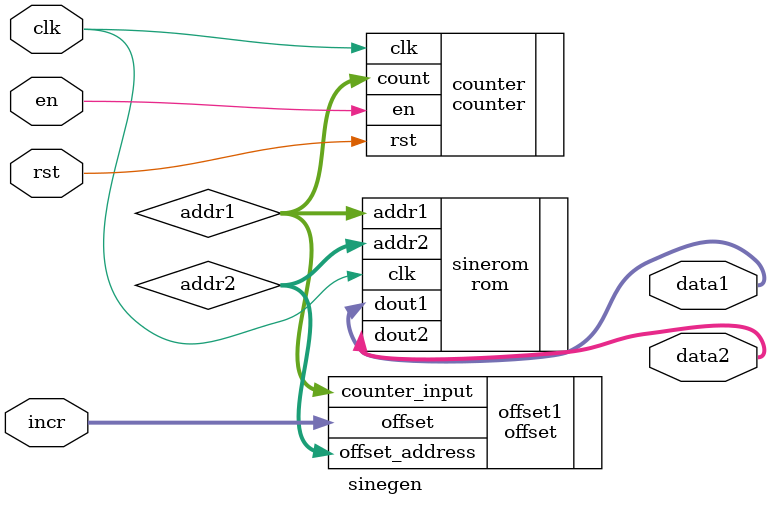
<source format=sv>
module sinegen #(parameter WIDTH = 8
)(
    input wire [WIDTH-1:0] incr,
    input wire clk,
    input wire en,
    input wire rst,
    output wire [WIDTH-1:0] data1,
    output wire [WIDTH-1:0] data2
);
wire [WIDTH-1:0] addr1;
wire [WIDTH-1:0] addr2;

counter counter (
    .clk (clk),
    .rst (rst),
    .en (en),
    .count (addr1)
);

offset offset1 (
    .counter_input(addr1),
    .offset (incr),
    .offset_address (addr2)
);

rom sinerom (
    .clk (clk),
    .addr1 (addr1),
    .addr2 (addr2),
    .dout1 (data1),
    .dout2 (data2)
);

endmodule

</source>
